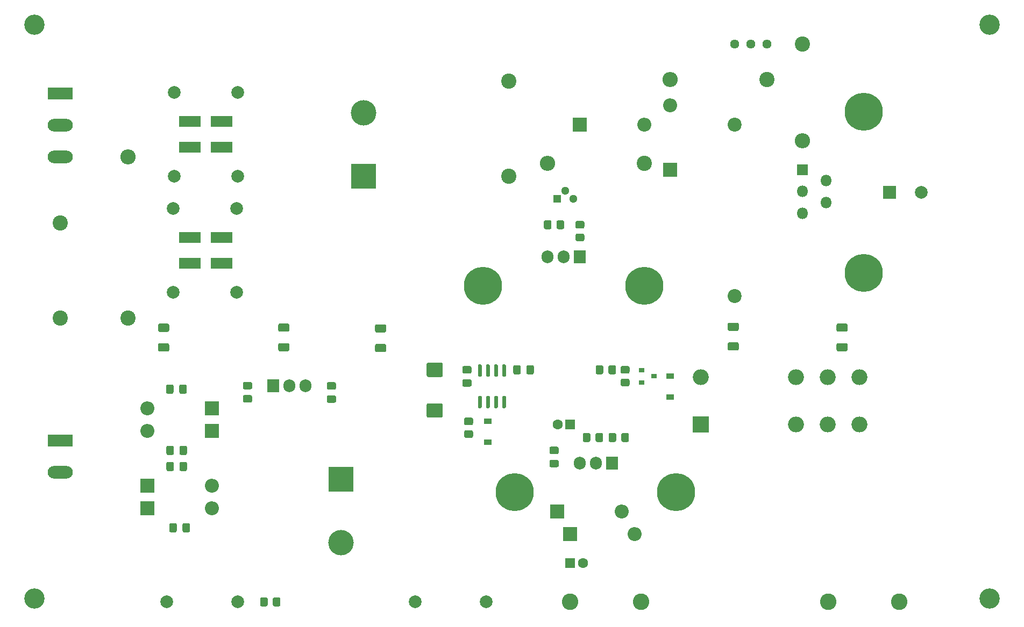
<source format=gbr>
G04 #@! TF.GenerationSoftware,KiCad,Pcbnew,(5.1.9-0-10_14)*
G04 #@! TF.CreationDate,2021-02-01T17:39:14+01:00*
G04 #@! TF.ProjectId,hv-power-supply,68762d70-6f77-4657-922d-737570706c79,rev?*
G04 #@! TF.SameCoordinates,Original*
G04 #@! TF.FileFunction,Soldermask,Top*
G04 #@! TF.FilePolarity,Negative*
%FSLAX46Y46*%
G04 Gerber Fmt 4.6, Leading zero omitted, Abs format (unit mm)*
G04 Created by KiCad (PCBNEW (5.1.9-0-10_14)) date 2021-02-01 17:39:14*
%MOMM*%
%LPD*%
G01*
G04 APERTURE LIST*
%ADD10O,1.800000X1.800000*%
%ADD11R,1.800000X1.800000*%
%ADD12C,2.000000*%
%ADD13O,1.905000X2.000000*%
%ADD14R,1.905000X2.000000*%
%ADD15R,0.900000X0.800000*%
%ADD16C,2.600000*%
%ADD17C,6.000000*%
%ADD18R,1.200000X0.900000*%
%ADD19O,2.200000X2.200000*%
%ADD20R,2.200000X2.200000*%
%ADD21C,1.600000*%
%ADD22R,1.600000X1.600000*%
%ADD23C,4.000000*%
%ADD24R,4.000000X4.000000*%
%ADD25O,2.500000X2.500000*%
%ADD26R,2.500000X2.500000*%
%ADD27C,1.440000*%
%ADD28O,2.400000X2.400000*%
%ADD29C,2.400000*%
%ADD30R,1.300000X1.300000*%
%ADD31C,1.300000*%
%ADD32R,2.000000X2.000000*%
%ADD33C,2.200000*%
%ADD34O,3.960000X1.980000*%
%ADD35R,3.960000X1.980000*%
%ADD36C,3.200000*%
%ADD37R,3.500000X1.800000*%
G04 APERTURE END LIST*
G36*
G01*
X164221000Y-107427000D02*
X165471000Y-107427000D01*
G75*
G02*
X165721000Y-107677000I0J-250000D01*
G01*
X165721000Y-108477000D01*
G75*
G02*
X165471000Y-108727000I-250000J0D01*
G01*
X164221000Y-108727000D01*
G75*
G02*
X163971000Y-108477000I0J250000D01*
G01*
X163971000Y-107677000D01*
G75*
G02*
X164221000Y-107427000I250000J0D01*
G01*
G37*
G36*
G01*
X164221000Y-104327000D02*
X165471000Y-104327000D01*
G75*
G02*
X165721000Y-104577000I0J-250000D01*
G01*
X165721000Y-105377000D01*
G75*
G02*
X165471000Y-105627000I-250000J0D01*
G01*
X164221000Y-105627000D01*
G75*
G02*
X163971000Y-105377000I0J250000D01*
G01*
X163971000Y-104577000D01*
G75*
G02*
X164221000Y-104327000I250000J0D01*
G01*
G37*
G36*
G01*
X93482000Y-107554000D02*
X94732000Y-107554000D01*
G75*
G02*
X94982000Y-107804000I0J-250000D01*
G01*
X94982000Y-108604000D01*
G75*
G02*
X94732000Y-108854000I-250000J0D01*
G01*
X93482000Y-108854000D01*
G75*
G02*
X93232000Y-108604000I0J250000D01*
G01*
X93232000Y-107804000D01*
G75*
G02*
X93482000Y-107554000I250000J0D01*
G01*
G37*
G36*
G01*
X93482000Y-104454000D02*
X94732000Y-104454000D01*
G75*
G02*
X94982000Y-104704000I0J-250000D01*
G01*
X94982000Y-105504000D01*
G75*
G02*
X94732000Y-105754000I-250000J0D01*
G01*
X93482000Y-105754000D01*
G75*
G02*
X93232000Y-105504000I0J250000D01*
G01*
X93232000Y-104704000D01*
G75*
G02*
X93482000Y-104454000I250000J0D01*
G01*
G37*
G36*
G01*
X140265999Y-90300000D02*
X141166001Y-90300000D01*
G75*
G02*
X141416000Y-90549999I0J-249999D01*
G01*
X141416000Y-91250001D01*
G75*
G02*
X141166001Y-91500000I-249999J0D01*
G01*
X140265999Y-91500000D01*
G75*
G02*
X140016000Y-91250001I0J249999D01*
G01*
X140016000Y-90549999D01*
G75*
G02*
X140265999Y-90300000I249999J0D01*
G01*
G37*
G36*
G01*
X140265999Y-88300000D02*
X141166001Y-88300000D01*
G75*
G02*
X141416000Y-88549999I0J-249999D01*
G01*
X141416000Y-89250001D01*
G75*
G02*
X141166001Y-89500000I-249999J0D01*
G01*
X140265999Y-89500000D01*
G75*
G02*
X140016000Y-89250001I0J249999D01*
G01*
X140016000Y-88549999D01*
G75*
G02*
X140265999Y-88300000I249999J0D01*
G01*
G37*
G36*
G01*
X136236000Y-88449999D02*
X136236000Y-89350001D01*
G75*
G02*
X135986001Y-89600000I-249999J0D01*
G01*
X135285999Y-89600000D01*
G75*
G02*
X135036000Y-89350001I0J249999D01*
G01*
X135036000Y-88449999D01*
G75*
G02*
X135285999Y-88200000I249999J0D01*
G01*
X135986001Y-88200000D01*
G75*
G02*
X136236000Y-88449999I0J-249999D01*
G01*
G37*
G36*
G01*
X138236000Y-88449999D02*
X138236000Y-89350001D01*
G75*
G02*
X137986001Y-89600000I-249999J0D01*
G01*
X137285999Y-89600000D01*
G75*
G02*
X137036000Y-89350001I0J249999D01*
G01*
X137036000Y-88449999D01*
G75*
G02*
X137285999Y-88200000I249999J0D01*
G01*
X137986001Y-88200000D01*
G75*
G02*
X138236000Y-88449999I0J-249999D01*
G01*
G37*
D10*
X175768000Y-87064000D03*
X179468000Y-85364000D03*
X175768000Y-83664000D03*
X179468000Y-81964000D03*
D11*
X175768000Y-80264000D03*
G36*
G01*
X122461000Y-113247500D02*
X123411000Y-113247500D01*
G75*
G02*
X123661000Y-113497500I0J-250000D01*
G01*
X123661000Y-114172500D01*
G75*
G02*
X123411000Y-114422500I-250000J0D01*
G01*
X122461000Y-114422500D01*
G75*
G02*
X122211000Y-114172500I0J250000D01*
G01*
X122211000Y-113497500D01*
G75*
G02*
X122461000Y-113247500I250000J0D01*
G01*
G37*
G36*
G01*
X122461000Y-111172500D02*
X123411000Y-111172500D01*
G75*
G02*
X123661000Y-111422500I0J-250000D01*
G01*
X123661000Y-112097500D01*
G75*
G02*
X123411000Y-112347500I-250000J0D01*
G01*
X122461000Y-112347500D01*
G75*
G02*
X122211000Y-112097500I0J250000D01*
G01*
X122211000Y-111422500D01*
G75*
G02*
X122461000Y-111172500I250000J0D01*
G01*
G37*
G36*
G01*
X132297500Y-112235000D02*
X132297500Y-111285000D01*
G75*
G02*
X132547500Y-111035000I250000J0D01*
G01*
X133222500Y-111035000D01*
G75*
G02*
X133472500Y-111285000I0J-250000D01*
G01*
X133472500Y-112235000D01*
G75*
G02*
X133222500Y-112485000I-250000J0D01*
G01*
X132547500Y-112485000D01*
G75*
G02*
X132297500Y-112235000I0J250000D01*
G01*
G37*
G36*
G01*
X130222500Y-112235000D02*
X130222500Y-111285000D01*
G75*
G02*
X130472500Y-111035000I250000J0D01*
G01*
X131147500Y-111035000D01*
G75*
G02*
X131397500Y-111285000I0J-250000D01*
G01*
X131397500Y-112235000D01*
G75*
G02*
X131147500Y-112485000I-250000J0D01*
G01*
X130472500Y-112485000D01*
G75*
G02*
X130222500Y-112235000I0J250000D01*
G01*
G37*
G36*
G01*
X101125000Y-115787500D02*
X102075000Y-115787500D01*
G75*
G02*
X102325000Y-116037500I0J-250000D01*
G01*
X102325000Y-116712500D01*
G75*
G02*
X102075000Y-116962500I-250000J0D01*
G01*
X101125000Y-116962500D01*
G75*
G02*
X100875000Y-116712500I0J250000D01*
G01*
X100875000Y-116037500D01*
G75*
G02*
X101125000Y-115787500I250000J0D01*
G01*
G37*
G36*
G01*
X101125000Y-113712500D02*
X102075000Y-113712500D01*
G75*
G02*
X102325000Y-113962500I0J-250000D01*
G01*
X102325000Y-114637500D01*
G75*
G02*
X102075000Y-114887500I-250000J0D01*
G01*
X101125000Y-114887500D01*
G75*
G02*
X100875000Y-114637500I0J250000D01*
G01*
X100875000Y-113962500D01*
G75*
G02*
X101125000Y-113712500I250000J0D01*
G01*
G37*
G36*
G01*
X87917000Y-115744500D02*
X88867000Y-115744500D01*
G75*
G02*
X89117000Y-115994500I0J-250000D01*
G01*
X89117000Y-116669500D01*
G75*
G02*
X88867000Y-116919500I-250000J0D01*
G01*
X87917000Y-116919500D01*
G75*
G02*
X87667000Y-116669500I0J250000D01*
G01*
X87667000Y-115994500D01*
G75*
G02*
X87917000Y-115744500I250000J0D01*
G01*
G37*
G36*
G01*
X87917000Y-113669500D02*
X88867000Y-113669500D01*
G75*
G02*
X89117000Y-113919500I0J-250000D01*
G01*
X89117000Y-114594500D01*
G75*
G02*
X88867000Y-114844500I-250000J0D01*
G01*
X87917000Y-114844500D01*
G75*
G02*
X87667000Y-114594500I0J250000D01*
G01*
X87667000Y-113919500D01*
G75*
G02*
X87917000Y-113669500I250000J0D01*
G01*
G37*
G36*
G01*
X137127000Y-125047500D02*
X136177000Y-125047500D01*
G75*
G02*
X135927000Y-124797500I0J250000D01*
G01*
X135927000Y-124122500D01*
G75*
G02*
X136177000Y-123872500I250000J0D01*
G01*
X137127000Y-123872500D01*
G75*
G02*
X137377000Y-124122500I0J-250000D01*
G01*
X137377000Y-124797500D01*
G75*
G02*
X137127000Y-125047500I-250000J0D01*
G01*
G37*
G36*
G01*
X137127000Y-127122500D02*
X136177000Y-127122500D01*
G75*
G02*
X135927000Y-126872500I0J250000D01*
G01*
X135927000Y-126197500D01*
G75*
G02*
X136177000Y-125947500I250000J0D01*
G01*
X137127000Y-125947500D01*
G75*
G02*
X137377000Y-126197500I0J-250000D01*
G01*
X137377000Y-126872500D01*
G75*
G02*
X137127000Y-127122500I-250000J0D01*
G01*
G37*
G36*
G01*
X92364000Y-148786001D02*
X92364000Y-147885999D01*
G75*
G02*
X92613999Y-147636000I249999J0D01*
G01*
X93314001Y-147636000D01*
G75*
G02*
X93564000Y-147885999I0J-249999D01*
G01*
X93564000Y-148786001D01*
G75*
G02*
X93314001Y-149036000I-249999J0D01*
G01*
X92613999Y-149036000D01*
G75*
G02*
X92364000Y-148786001I0J249999D01*
G01*
G37*
G36*
G01*
X90364000Y-148786001D02*
X90364000Y-147885999D01*
G75*
G02*
X90613999Y-147636000I249999J0D01*
G01*
X91314001Y-147636000D01*
G75*
G02*
X91564000Y-147885999I0J-249999D01*
G01*
X91564000Y-148786001D01*
G75*
G02*
X91314001Y-149036000I-249999J0D01*
G01*
X90613999Y-149036000D01*
G75*
G02*
X90364000Y-148786001I0J249999D01*
G01*
G37*
D12*
X125984000Y-148336000D03*
X114808000Y-148336000D03*
X75692000Y-148336000D03*
X86868000Y-148336000D03*
G36*
G01*
X125118000Y-112865000D02*
X124818000Y-112865000D01*
G75*
G02*
X124668000Y-112715000I0J150000D01*
G01*
X124668000Y-111065000D01*
G75*
G02*
X124818000Y-110915000I150000J0D01*
G01*
X125118000Y-110915000D01*
G75*
G02*
X125268000Y-111065000I0J-150000D01*
G01*
X125268000Y-112715000D01*
G75*
G02*
X125118000Y-112865000I-150000J0D01*
G01*
G37*
G36*
G01*
X126388000Y-112865000D02*
X126088000Y-112865000D01*
G75*
G02*
X125938000Y-112715000I0J150000D01*
G01*
X125938000Y-111065000D01*
G75*
G02*
X126088000Y-110915000I150000J0D01*
G01*
X126388000Y-110915000D01*
G75*
G02*
X126538000Y-111065000I0J-150000D01*
G01*
X126538000Y-112715000D01*
G75*
G02*
X126388000Y-112865000I-150000J0D01*
G01*
G37*
G36*
G01*
X127658000Y-112865000D02*
X127358000Y-112865000D01*
G75*
G02*
X127208000Y-112715000I0J150000D01*
G01*
X127208000Y-111065000D01*
G75*
G02*
X127358000Y-110915000I150000J0D01*
G01*
X127658000Y-110915000D01*
G75*
G02*
X127808000Y-111065000I0J-150000D01*
G01*
X127808000Y-112715000D01*
G75*
G02*
X127658000Y-112865000I-150000J0D01*
G01*
G37*
G36*
G01*
X128928000Y-112865000D02*
X128628000Y-112865000D01*
G75*
G02*
X128478000Y-112715000I0J150000D01*
G01*
X128478000Y-111065000D01*
G75*
G02*
X128628000Y-110915000I150000J0D01*
G01*
X128928000Y-110915000D01*
G75*
G02*
X129078000Y-111065000I0J-150000D01*
G01*
X129078000Y-112715000D01*
G75*
G02*
X128928000Y-112865000I-150000J0D01*
G01*
G37*
G36*
G01*
X128928000Y-117815000D02*
X128628000Y-117815000D01*
G75*
G02*
X128478000Y-117665000I0J150000D01*
G01*
X128478000Y-116015000D01*
G75*
G02*
X128628000Y-115865000I150000J0D01*
G01*
X128928000Y-115865000D01*
G75*
G02*
X129078000Y-116015000I0J-150000D01*
G01*
X129078000Y-117665000D01*
G75*
G02*
X128928000Y-117815000I-150000J0D01*
G01*
G37*
G36*
G01*
X127658000Y-117815000D02*
X127358000Y-117815000D01*
G75*
G02*
X127208000Y-117665000I0J150000D01*
G01*
X127208000Y-116015000D01*
G75*
G02*
X127358000Y-115865000I150000J0D01*
G01*
X127658000Y-115865000D01*
G75*
G02*
X127808000Y-116015000I0J-150000D01*
G01*
X127808000Y-117665000D01*
G75*
G02*
X127658000Y-117815000I-150000J0D01*
G01*
G37*
G36*
G01*
X126388000Y-117815000D02*
X126088000Y-117815000D01*
G75*
G02*
X125938000Y-117665000I0J150000D01*
G01*
X125938000Y-116015000D01*
G75*
G02*
X126088000Y-115865000I150000J0D01*
G01*
X126388000Y-115865000D01*
G75*
G02*
X126538000Y-116015000I0J-150000D01*
G01*
X126538000Y-117665000D01*
G75*
G02*
X126388000Y-117815000I-150000J0D01*
G01*
G37*
G36*
G01*
X125118000Y-117815000D02*
X124818000Y-117815000D01*
G75*
G02*
X124668000Y-117665000I0J150000D01*
G01*
X124668000Y-116015000D01*
G75*
G02*
X124818000Y-115865000I150000J0D01*
G01*
X125118000Y-115865000D01*
G75*
G02*
X125268000Y-116015000I0J-150000D01*
G01*
X125268000Y-117665000D01*
G75*
G02*
X125118000Y-117815000I-150000J0D01*
G01*
G37*
D13*
X97536000Y-114300000D03*
X94996000Y-114300000D03*
D14*
X92456000Y-114300000D03*
D13*
X140716000Y-126492000D03*
X143256000Y-126492000D03*
D14*
X145796000Y-126492000D03*
G36*
G01*
X181366000Y-107554000D02*
X182616000Y-107554000D01*
G75*
G02*
X182866000Y-107804000I0J-250000D01*
G01*
X182866000Y-108604000D01*
G75*
G02*
X182616000Y-108854000I-250000J0D01*
G01*
X181366000Y-108854000D01*
G75*
G02*
X181116000Y-108604000I0J250000D01*
G01*
X181116000Y-107804000D01*
G75*
G02*
X181366000Y-107554000I250000J0D01*
G01*
G37*
G36*
G01*
X181366000Y-104454000D02*
X182616000Y-104454000D01*
G75*
G02*
X182866000Y-104704000I0J-250000D01*
G01*
X182866000Y-105504000D01*
G75*
G02*
X182616000Y-105754000I-250000J0D01*
G01*
X181366000Y-105754000D01*
G75*
G02*
X181116000Y-105504000I0J250000D01*
G01*
X181116000Y-104704000D01*
G75*
G02*
X181366000Y-104454000I250000J0D01*
G01*
G37*
G36*
G01*
X108722000Y-107681000D02*
X109972000Y-107681000D01*
G75*
G02*
X110222000Y-107931000I0J-250000D01*
G01*
X110222000Y-108731000D01*
G75*
G02*
X109972000Y-108981000I-250000J0D01*
G01*
X108722000Y-108981000D01*
G75*
G02*
X108472000Y-108731000I0J250000D01*
G01*
X108472000Y-107931000D01*
G75*
G02*
X108722000Y-107681000I250000J0D01*
G01*
G37*
G36*
G01*
X108722000Y-104581000D02*
X109972000Y-104581000D01*
G75*
G02*
X110222000Y-104831000I0J-250000D01*
G01*
X110222000Y-105631000D01*
G75*
G02*
X109972000Y-105881000I-250000J0D01*
G01*
X108722000Y-105881000D01*
G75*
G02*
X108472000Y-105631000I0J250000D01*
G01*
X108472000Y-104831000D01*
G75*
G02*
X108722000Y-104581000I250000J0D01*
G01*
G37*
G36*
G01*
X74559000Y-107580000D02*
X75809000Y-107580000D01*
G75*
G02*
X76059000Y-107830000I0J-250000D01*
G01*
X76059000Y-108630000D01*
G75*
G02*
X75809000Y-108880000I-250000J0D01*
G01*
X74559000Y-108880000D01*
G75*
G02*
X74309000Y-108630000I0J250000D01*
G01*
X74309000Y-107830000D01*
G75*
G02*
X74559000Y-107580000I250000J0D01*
G01*
G37*
G36*
G01*
X74559000Y-104480000D02*
X75809000Y-104480000D01*
G75*
G02*
X76059000Y-104730000I0J-250000D01*
G01*
X76059000Y-105530000D01*
G75*
G02*
X75809000Y-105780000I-250000J0D01*
G01*
X74559000Y-105780000D01*
G75*
G02*
X74309000Y-105530000I0J250000D01*
G01*
X74309000Y-104730000D01*
G75*
G02*
X74559000Y-104480000I250000J0D01*
G01*
G37*
G36*
G01*
X147377999Y-113160000D02*
X148278001Y-113160000D01*
G75*
G02*
X148528000Y-113409999I0J-249999D01*
G01*
X148528000Y-114110001D01*
G75*
G02*
X148278001Y-114360000I-249999J0D01*
G01*
X147377999Y-114360000D01*
G75*
G02*
X147128000Y-114110001I0J249999D01*
G01*
X147128000Y-113409999D01*
G75*
G02*
X147377999Y-113160000I249999J0D01*
G01*
G37*
G36*
G01*
X147377999Y-111160000D02*
X148278001Y-111160000D01*
G75*
G02*
X148528000Y-111409999I0J-249999D01*
G01*
X148528000Y-112110001D01*
G75*
G02*
X148278001Y-112360000I-249999J0D01*
G01*
X147377999Y-112360000D01*
G75*
G02*
X147128000Y-112110001I0J249999D01*
G01*
X147128000Y-111409999D01*
G75*
G02*
X147377999Y-111160000I249999J0D01*
G01*
G37*
G36*
G01*
X144396000Y-111309999D02*
X144396000Y-112210001D01*
G75*
G02*
X144146001Y-112460000I-249999J0D01*
G01*
X143445999Y-112460000D01*
G75*
G02*
X143196000Y-112210001I0J249999D01*
G01*
X143196000Y-111309999D01*
G75*
G02*
X143445999Y-111060000I249999J0D01*
G01*
X144146001Y-111060000D01*
G75*
G02*
X144396000Y-111309999I0J-249999D01*
G01*
G37*
G36*
G01*
X146396000Y-111309999D02*
X146396000Y-112210001D01*
G75*
G02*
X146146001Y-112460000I-249999J0D01*
G01*
X145445999Y-112460000D01*
G75*
G02*
X145196000Y-112210001I0J249999D01*
G01*
X145196000Y-111309999D01*
G75*
G02*
X145445999Y-111060000I249999J0D01*
G01*
X146146001Y-111060000D01*
G75*
G02*
X146396000Y-111309999I0J-249999D01*
G01*
G37*
G36*
G01*
X122739999Y-121288000D02*
X123640001Y-121288000D01*
G75*
G02*
X123890000Y-121537999I0J-249999D01*
G01*
X123890000Y-122238001D01*
G75*
G02*
X123640001Y-122488000I-249999J0D01*
G01*
X122739999Y-122488000D01*
G75*
G02*
X122490000Y-122238001I0J249999D01*
G01*
X122490000Y-121537999D01*
G75*
G02*
X122739999Y-121288000I249999J0D01*
G01*
G37*
G36*
G01*
X122739999Y-119288000D02*
X123640001Y-119288000D01*
G75*
G02*
X123890000Y-119537999I0J-249999D01*
G01*
X123890000Y-120238001D01*
G75*
G02*
X123640001Y-120488000I-249999J0D01*
G01*
X122739999Y-120488000D01*
G75*
G02*
X122490000Y-120238001I0J249999D01*
G01*
X122490000Y-119537999D01*
G75*
G02*
X122739999Y-119288000I249999J0D01*
G01*
G37*
G36*
G01*
X143164000Y-122878001D02*
X143164000Y-121977999D01*
G75*
G02*
X143413999Y-121728000I249999J0D01*
G01*
X144114001Y-121728000D01*
G75*
G02*
X144364000Y-121977999I0J-249999D01*
G01*
X144364000Y-122878001D01*
G75*
G02*
X144114001Y-123128000I-249999J0D01*
G01*
X143413999Y-123128000D01*
G75*
G02*
X143164000Y-122878001I0J249999D01*
G01*
G37*
G36*
G01*
X141164000Y-122878001D02*
X141164000Y-121977999D01*
G75*
G02*
X141413999Y-121728000I249999J0D01*
G01*
X142114001Y-121728000D01*
G75*
G02*
X142364000Y-121977999I0J-249999D01*
G01*
X142364000Y-122878001D01*
G75*
G02*
X142114001Y-123128000I-249999J0D01*
G01*
X141413999Y-123128000D01*
G75*
G02*
X141164000Y-122878001I0J249999D01*
G01*
G37*
G36*
G01*
X147228000Y-122878001D02*
X147228000Y-121977999D01*
G75*
G02*
X147477999Y-121728000I249999J0D01*
G01*
X148178001Y-121728000D01*
G75*
G02*
X148428000Y-121977999I0J-249999D01*
G01*
X148428000Y-122878001D01*
G75*
G02*
X148178001Y-123128000I-249999J0D01*
G01*
X147477999Y-123128000D01*
G75*
G02*
X147228000Y-122878001I0J249999D01*
G01*
G37*
G36*
G01*
X145228000Y-122878001D02*
X145228000Y-121977999D01*
G75*
G02*
X145477999Y-121728000I249999J0D01*
G01*
X146178001Y-121728000D01*
G75*
G02*
X146428000Y-121977999I0J-249999D01*
G01*
X146428000Y-122878001D01*
G75*
G02*
X146178001Y-123128000I-249999J0D01*
G01*
X145477999Y-123128000D01*
G75*
G02*
X145228000Y-122878001I0J249999D01*
G01*
G37*
D15*
X152400000Y-112776000D03*
X150400000Y-113726000D03*
X150400000Y-111826000D03*
D16*
X150368000Y-148336000D03*
X139192000Y-148336000D03*
D17*
X130429000Y-131064000D03*
X155829000Y-131064000D03*
D18*
X154940000Y-112776000D03*
X154940000Y-116076000D03*
X126238000Y-123188000D03*
X126238000Y-119888000D03*
D19*
X149352000Y-137668000D03*
D20*
X139192000Y-137668000D03*
D19*
X147320000Y-134112000D03*
D20*
X137160000Y-134112000D03*
G36*
G01*
X116830999Y-117035000D02*
X118881001Y-117035000D01*
G75*
G02*
X119131000Y-117284999I0J-249999D01*
G01*
X119131000Y-119035001D01*
G75*
G02*
X118881001Y-119285000I-249999J0D01*
G01*
X116830999Y-119285000D01*
G75*
G02*
X116581000Y-119035001I0J249999D01*
G01*
X116581000Y-117284999D01*
G75*
G02*
X116830999Y-117035000I249999J0D01*
G01*
G37*
G36*
G01*
X116830999Y-110635000D02*
X118881001Y-110635000D01*
G75*
G02*
X119131000Y-110884999I0J-249999D01*
G01*
X119131000Y-112635001D01*
G75*
G02*
X118881001Y-112885000I-249999J0D01*
G01*
X116830999Y-112885000D01*
G75*
G02*
X116581000Y-112635001I0J249999D01*
G01*
X116581000Y-110884999D01*
G75*
G02*
X116830999Y-110635000I249999J0D01*
G01*
G37*
D21*
X141192000Y-142240000D03*
D22*
X139192000Y-142240000D03*
D21*
X137192000Y-120396000D03*
D22*
X139192000Y-120396000D03*
D23*
X103124000Y-139032000D03*
D24*
X103124000Y-129032000D03*
D25*
X159752000Y-112896000D03*
X174752000Y-112896000D03*
X179752000Y-112896000D03*
X184752000Y-112896000D03*
X184752000Y-120396000D03*
X179752000Y-120396000D03*
X174752000Y-120396000D03*
D26*
X159752000Y-120396000D03*
D16*
X191008000Y-148336000D03*
D27*
X165100000Y-60452000D03*
X167640000Y-60452000D03*
X170180000Y-60452000D03*
D28*
X154940000Y-66040000D03*
D29*
X170180000Y-66040000D03*
D28*
X175768000Y-75692000D03*
D29*
X175768000Y-60452000D03*
D28*
X135636000Y-79248000D03*
D29*
X150876000Y-79248000D03*
D13*
X135636000Y-93980000D03*
X138176000Y-93980000D03*
D14*
X140716000Y-93980000D03*
D30*
X137160000Y-84836000D03*
D31*
X139700000Y-84836000D03*
X138430000Y-83566000D03*
D17*
X185420000Y-71120000D03*
X185420000Y-96520000D03*
X150876000Y-98552000D03*
X125476000Y-98552000D03*
D19*
X154940000Y-70104000D03*
D20*
X154940000Y-80264000D03*
D19*
X150876000Y-73152000D03*
D20*
X140716000Y-73152000D03*
D12*
X194484000Y-83820000D03*
D32*
X189484000Y-83820000D03*
D33*
X165100000Y-100152000D03*
X165100000Y-73152000D03*
D34*
X58928000Y-127936000D03*
D35*
X58928000Y-122936000D03*
D34*
X58928000Y-78232000D03*
X58928000Y-73232000D03*
D35*
X58928000Y-68232000D03*
D28*
X69596000Y-78232000D03*
D29*
X69596000Y-103632000D03*
D16*
X179832000Y-148336000D03*
D36*
X205232000Y-57404000D03*
X205232000Y-147828000D03*
X54864000Y-147828000D03*
X54864000Y-57404000D03*
D19*
X72644000Y-121412000D03*
D20*
X82804000Y-121412000D03*
D19*
X72644000Y-117856000D03*
D20*
X82804000Y-117856000D03*
D37*
X79328000Y-76708000D03*
X84328000Y-76708000D03*
X79328000Y-72644000D03*
X84328000Y-72644000D03*
D19*
X82804000Y-133604000D03*
D20*
X72644000Y-133604000D03*
D19*
X82804000Y-130048000D03*
D20*
X72644000Y-130048000D03*
D37*
X84328000Y-94996000D03*
X79328000Y-94996000D03*
X84328000Y-90932000D03*
X79328000Y-90932000D03*
D29*
X129540000Y-66280000D03*
X129540000Y-81280000D03*
D23*
X106680000Y-71280000D03*
D24*
X106680000Y-81280000D03*
G36*
G01*
X76787500Y-123985000D02*
X76787500Y-124935000D01*
G75*
G02*
X76537500Y-125185000I-250000J0D01*
G01*
X75862500Y-125185000D01*
G75*
G02*
X75612500Y-124935000I0J250000D01*
G01*
X75612500Y-123985000D01*
G75*
G02*
X75862500Y-123735000I250000J0D01*
G01*
X76537500Y-123735000D01*
G75*
G02*
X76787500Y-123985000I0J-250000D01*
G01*
G37*
G36*
G01*
X78862500Y-123985000D02*
X78862500Y-124935000D01*
G75*
G02*
X78612500Y-125185000I-250000J0D01*
G01*
X77937500Y-125185000D01*
G75*
G02*
X77687500Y-124935000I0J250000D01*
G01*
X77687500Y-123985000D01*
G75*
G02*
X77937500Y-123735000I250000J0D01*
G01*
X78612500Y-123735000D01*
G75*
G02*
X78862500Y-123985000I0J-250000D01*
G01*
G37*
G36*
G01*
X77644500Y-115283000D02*
X77644500Y-114333000D01*
G75*
G02*
X77894500Y-114083000I250000J0D01*
G01*
X78569500Y-114083000D01*
G75*
G02*
X78819500Y-114333000I0J-250000D01*
G01*
X78819500Y-115283000D01*
G75*
G02*
X78569500Y-115533000I-250000J0D01*
G01*
X77894500Y-115533000D01*
G75*
G02*
X77644500Y-115283000I0J250000D01*
G01*
G37*
G36*
G01*
X75569500Y-115283000D02*
X75569500Y-114333000D01*
G75*
G02*
X75819500Y-114083000I250000J0D01*
G01*
X76494500Y-114083000D01*
G75*
G02*
X76744500Y-114333000I0J-250000D01*
G01*
X76744500Y-115283000D01*
G75*
G02*
X76494500Y-115533000I-250000J0D01*
G01*
X75819500Y-115533000D01*
G75*
G02*
X75569500Y-115283000I0J250000D01*
G01*
G37*
D12*
X76868000Y-81280000D03*
X86868000Y-81280000D03*
X86868000Y-68072000D03*
X76868000Y-68072000D03*
G36*
G01*
X77252500Y-136177000D02*
X77252500Y-137127000D01*
G75*
G02*
X77002500Y-137377000I-250000J0D01*
G01*
X76327500Y-137377000D01*
G75*
G02*
X76077500Y-137127000I0J250000D01*
G01*
X76077500Y-136177000D01*
G75*
G02*
X76327500Y-135927000I250000J0D01*
G01*
X77002500Y-135927000D01*
G75*
G02*
X77252500Y-136177000I0J-250000D01*
G01*
G37*
G36*
G01*
X79327500Y-136177000D02*
X79327500Y-137127000D01*
G75*
G02*
X79077500Y-137377000I-250000J0D01*
G01*
X78402500Y-137377000D01*
G75*
G02*
X78152500Y-137127000I0J250000D01*
G01*
X78152500Y-136177000D01*
G75*
G02*
X78402500Y-135927000I250000J0D01*
G01*
X79077500Y-135927000D01*
G75*
G02*
X79327500Y-136177000I0J-250000D01*
G01*
G37*
G36*
G01*
X77687500Y-127475000D02*
X77687500Y-126525000D01*
G75*
G02*
X77937500Y-126275000I250000J0D01*
G01*
X78612500Y-126275000D01*
G75*
G02*
X78862500Y-126525000I0J-250000D01*
G01*
X78862500Y-127475000D01*
G75*
G02*
X78612500Y-127725000I-250000J0D01*
G01*
X77937500Y-127725000D01*
G75*
G02*
X77687500Y-127475000I0J250000D01*
G01*
G37*
G36*
G01*
X75612500Y-127475000D02*
X75612500Y-126525000D01*
G75*
G02*
X75862500Y-126275000I250000J0D01*
G01*
X76537500Y-126275000D01*
G75*
G02*
X76787500Y-126525000I0J-250000D01*
G01*
X76787500Y-127475000D01*
G75*
G02*
X76537500Y-127725000I-250000J0D01*
G01*
X75862500Y-127725000D01*
G75*
G02*
X75612500Y-127475000I0J250000D01*
G01*
G37*
X76708000Y-99568000D03*
X86708000Y-99568000D03*
X86708000Y-86360000D03*
X76708000Y-86360000D03*
D29*
X58928000Y-88632000D03*
X58928000Y-103632000D03*
M02*

</source>
